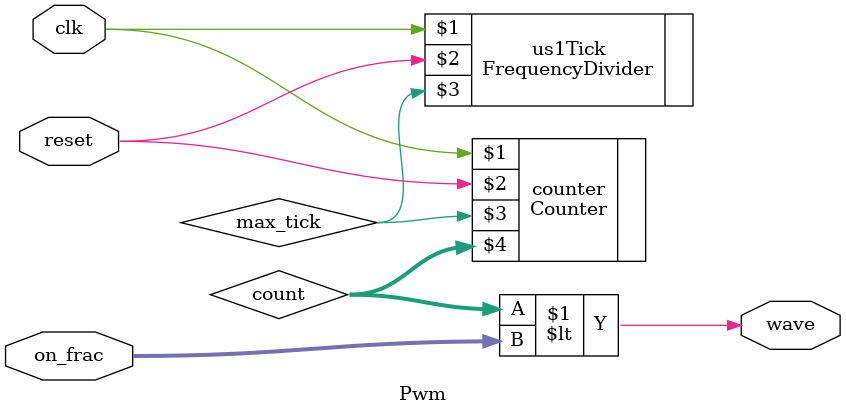
<source format=v>

`timescale 1ns / 1ps

module Pwm( input clk, input reset, input [3:0] on_frac, output wave );

	wire max_tick;
	wire [3:0] count;
	
	FrequencyDivider us1Tick( clk, reset, max_tick );
	
	Counter #(4) counter( clk, reset, max_tick, count );

	// Output
	assign wave = count < on_frac;

endmodule

</source>
